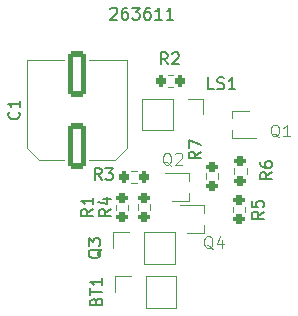
<source format=gto>
%TF.GenerationSoftware,KiCad,Pcbnew,(7.0.0-0)*%
%TF.CreationDate,2023-06-04T20:58:43+02:00*%
%TF.ProjectId,projekt_kue,70726f6a-656b-4745-9f6b-75652e6b6963,rev?*%
%TF.SameCoordinates,Original*%
%TF.FileFunction,Legend,Top*%
%TF.FilePolarity,Positive*%
%FSLAX46Y46*%
G04 Gerber Fmt 4.6, Leading zero omitted, Abs format (unit mm)*
G04 Created by KiCad (PCBNEW (7.0.0-0)) date 2023-06-04 20:58:43*
%MOMM*%
%LPD*%
G01*
G04 APERTURE LIST*
G04 Aperture macros list*
%AMRoundRect*
0 Rectangle with rounded corners*
0 $1 Rounding radius*
0 $2 $3 $4 $5 $6 $7 $8 $9 X,Y pos of 4 corners*
0 Add a 4 corners polygon primitive as box body*
4,1,4,$2,$3,$4,$5,$6,$7,$8,$9,$2,$3,0*
0 Add four circle primitives for the rounded corners*
1,1,$1+$1,$2,$3*
1,1,$1+$1,$4,$5*
1,1,$1+$1,$6,$7*
1,1,$1+$1,$8,$9*
0 Add four rect primitives between the rounded corners*
20,1,$1+$1,$2,$3,$4,$5,0*
20,1,$1+$1,$4,$5,$6,$7,0*
20,1,$1+$1,$6,$7,$8,$9,0*
20,1,$1+$1,$8,$9,$2,$3,0*%
G04 Aperture macros list end*
%ADD10C,0.150000*%
%ADD11C,0.100000*%
%ADD12C,0.120000*%
%ADD13RoundRect,0.200000X-0.200000X-0.275000X0.200000X-0.275000X0.200000X0.275000X-0.200000X0.275000X0*%
%ADD14R,0.700000X0.450000*%
%ADD15R,1.700000X1.700000*%
%ADD16O,1.700000X1.700000*%
%ADD17RoundRect,0.200000X0.275000X-0.200000X0.275000X0.200000X-0.275000X0.200000X-0.275000X-0.200000X0*%
%ADD18RoundRect,0.250000X0.550000X-1.712500X0.550000X1.712500X-0.550000X1.712500X-0.550000X-1.712500X0*%
G04 APERTURE END LIST*
D10*
X127690476Y-89427619D02*
X127738095Y-89380000D01*
X127738095Y-89380000D02*
X127833333Y-89332380D01*
X127833333Y-89332380D02*
X128071428Y-89332380D01*
X128071428Y-89332380D02*
X128166666Y-89380000D01*
X128166666Y-89380000D02*
X128214285Y-89427619D01*
X128214285Y-89427619D02*
X128261904Y-89522857D01*
X128261904Y-89522857D02*
X128261904Y-89618095D01*
X128261904Y-89618095D02*
X128214285Y-89760952D01*
X128214285Y-89760952D02*
X127642857Y-90332380D01*
X127642857Y-90332380D02*
X128261904Y-90332380D01*
X129119047Y-89332380D02*
X128928571Y-89332380D01*
X128928571Y-89332380D02*
X128833333Y-89380000D01*
X128833333Y-89380000D02*
X128785714Y-89427619D01*
X128785714Y-89427619D02*
X128690476Y-89570476D01*
X128690476Y-89570476D02*
X128642857Y-89760952D01*
X128642857Y-89760952D02*
X128642857Y-90141904D01*
X128642857Y-90141904D02*
X128690476Y-90237142D01*
X128690476Y-90237142D02*
X128738095Y-90284761D01*
X128738095Y-90284761D02*
X128833333Y-90332380D01*
X128833333Y-90332380D02*
X129023809Y-90332380D01*
X129023809Y-90332380D02*
X129119047Y-90284761D01*
X129119047Y-90284761D02*
X129166666Y-90237142D01*
X129166666Y-90237142D02*
X129214285Y-90141904D01*
X129214285Y-90141904D02*
X129214285Y-89903809D01*
X129214285Y-89903809D02*
X129166666Y-89808571D01*
X129166666Y-89808571D02*
X129119047Y-89760952D01*
X129119047Y-89760952D02*
X129023809Y-89713333D01*
X129023809Y-89713333D02*
X128833333Y-89713333D01*
X128833333Y-89713333D02*
X128738095Y-89760952D01*
X128738095Y-89760952D02*
X128690476Y-89808571D01*
X128690476Y-89808571D02*
X128642857Y-89903809D01*
X129547619Y-89332380D02*
X130166666Y-89332380D01*
X130166666Y-89332380D02*
X129833333Y-89713333D01*
X129833333Y-89713333D02*
X129976190Y-89713333D01*
X129976190Y-89713333D02*
X130071428Y-89760952D01*
X130071428Y-89760952D02*
X130119047Y-89808571D01*
X130119047Y-89808571D02*
X130166666Y-89903809D01*
X130166666Y-89903809D02*
X130166666Y-90141904D01*
X130166666Y-90141904D02*
X130119047Y-90237142D01*
X130119047Y-90237142D02*
X130071428Y-90284761D01*
X130071428Y-90284761D02*
X129976190Y-90332380D01*
X129976190Y-90332380D02*
X129690476Y-90332380D01*
X129690476Y-90332380D02*
X129595238Y-90284761D01*
X129595238Y-90284761D02*
X129547619Y-90237142D01*
X131023809Y-89332380D02*
X130833333Y-89332380D01*
X130833333Y-89332380D02*
X130738095Y-89380000D01*
X130738095Y-89380000D02*
X130690476Y-89427619D01*
X130690476Y-89427619D02*
X130595238Y-89570476D01*
X130595238Y-89570476D02*
X130547619Y-89760952D01*
X130547619Y-89760952D02*
X130547619Y-90141904D01*
X130547619Y-90141904D02*
X130595238Y-90237142D01*
X130595238Y-90237142D02*
X130642857Y-90284761D01*
X130642857Y-90284761D02*
X130738095Y-90332380D01*
X130738095Y-90332380D02*
X130928571Y-90332380D01*
X130928571Y-90332380D02*
X131023809Y-90284761D01*
X131023809Y-90284761D02*
X131071428Y-90237142D01*
X131071428Y-90237142D02*
X131119047Y-90141904D01*
X131119047Y-90141904D02*
X131119047Y-89903809D01*
X131119047Y-89903809D02*
X131071428Y-89808571D01*
X131071428Y-89808571D02*
X131023809Y-89760952D01*
X131023809Y-89760952D02*
X130928571Y-89713333D01*
X130928571Y-89713333D02*
X130738095Y-89713333D01*
X130738095Y-89713333D02*
X130642857Y-89760952D01*
X130642857Y-89760952D02*
X130595238Y-89808571D01*
X130595238Y-89808571D02*
X130547619Y-89903809D01*
X132071428Y-90332380D02*
X131500000Y-90332380D01*
X131785714Y-90332380D02*
X131785714Y-89332380D01*
X131785714Y-89332380D02*
X131690476Y-89475238D01*
X131690476Y-89475238D02*
X131595238Y-89570476D01*
X131595238Y-89570476D02*
X131500000Y-89618095D01*
X133023809Y-90332380D02*
X132452381Y-90332380D01*
X132738095Y-90332380D02*
X132738095Y-89332380D01*
X132738095Y-89332380D02*
X132642857Y-89475238D01*
X132642857Y-89475238D02*
X132547619Y-89570476D01*
X132547619Y-89570476D02*
X132452381Y-89618095D01*
%TO.C,R2*%
X132533333Y-94117380D02*
X132200000Y-93641190D01*
X131961905Y-94117380D02*
X131961905Y-93117380D01*
X131961905Y-93117380D02*
X132342857Y-93117380D01*
X132342857Y-93117380D02*
X132438095Y-93165000D01*
X132438095Y-93165000D02*
X132485714Y-93212619D01*
X132485714Y-93212619D02*
X132533333Y-93307857D01*
X132533333Y-93307857D02*
X132533333Y-93450714D01*
X132533333Y-93450714D02*
X132485714Y-93545952D01*
X132485714Y-93545952D02*
X132438095Y-93593571D01*
X132438095Y-93593571D02*
X132342857Y-93641190D01*
X132342857Y-93641190D02*
X131961905Y-93641190D01*
X132914286Y-93212619D02*
X132961905Y-93165000D01*
X132961905Y-93165000D02*
X133057143Y-93117380D01*
X133057143Y-93117380D02*
X133295238Y-93117380D01*
X133295238Y-93117380D02*
X133390476Y-93165000D01*
X133390476Y-93165000D02*
X133438095Y-93212619D01*
X133438095Y-93212619D02*
X133485714Y-93307857D01*
X133485714Y-93307857D02*
X133485714Y-93403095D01*
X133485714Y-93403095D02*
X133438095Y-93545952D01*
X133438095Y-93545952D02*
X132866667Y-94117380D01*
X132866667Y-94117380D02*
X133485714Y-94117380D01*
D11*
%TO.C,Q4*%
X136354761Y-109762619D02*
X136259523Y-109715000D01*
X136259523Y-109715000D02*
X136164285Y-109619761D01*
X136164285Y-109619761D02*
X136021428Y-109476904D01*
X136021428Y-109476904D02*
X135926190Y-109429285D01*
X135926190Y-109429285D02*
X135830952Y-109429285D01*
X135878571Y-109667380D02*
X135783333Y-109619761D01*
X135783333Y-109619761D02*
X135688095Y-109524523D01*
X135688095Y-109524523D02*
X135640476Y-109334047D01*
X135640476Y-109334047D02*
X135640476Y-109000714D01*
X135640476Y-109000714D02*
X135688095Y-108810238D01*
X135688095Y-108810238D02*
X135783333Y-108715000D01*
X135783333Y-108715000D02*
X135878571Y-108667380D01*
X135878571Y-108667380D02*
X136069047Y-108667380D01*
X136069047Y-108667380D02*
X136164285Y-108715000D01*
X136164285Y-108715000D02*
X136259523Y-108810238D01*
X136259523Y-108810238D02*
X136307142Y-109000714D01*
X136307142Y-109000714D02*
X136307142Y-109334047D01*
X136307142Y-109334047D02*
X136259523Y-109524523D01*
X136259523Y-109524523D02*
X136164285Y-109619761D01*
X136164285Y-109619761D02*
X136069047Y-109667380D01*
X136069047Y-109667380D02*
X135878571Y-109667380D01*
X137164285Y-109000714D02*
X137164285Y-109667380D01*
X136926190Y-108619761D02*
X136688095Y-109334047D01*
X136688095Y-109334047D02*
X137307142Y-109334047D01*
D10*
%TO.C,LS1*%
X136457142Y-96217380D02*
X135980952Y-96217380D01*
X135980952Y-96217380D02*
X135980952Y-95217380D01*
X136742857Y-96169761D02*
X136885714Y-96217380D01*
X136885714Y-96217380D02*
X137123809Y-96217380D01*
X137123809Y-96217380D02*
X137219047Y-96169761D01*
X137219047Y-96169761D02*
X137266666Y-96122142D01*
X137266666Y-96122142D02*
X137314285Y-96026904D01*
X137314285Y-96026904D02*
X137314285Y-95931666D01*
X137314285Y-95931666D02*
X137266666Y-95836428D01*
X137266666Y-95836428D02*
X137219047Y-95788809D01*
X137219047Y-95788809D02*
X137123809Y-95741190D01*
X137123809Y-95741190D02*
X136933333Y-95693571D01*
X136933333Y-95693571D02*
X136838095Y-95645952D01*
X136838095Y-95645952D02*
X136790476Y-95598333D01*
X136790476Y-95598333D02*
X136742857Y-95503095D01*
X136742857Y-95503095D02*
X136742857Y-95407857D01*
X136742857Y-95407857D02*
X136790476Y-95312619D01*
X136790476Y-95312619D02*
X136838095Y-95265000D01*
X136838095Y-95265000D02*
X136933333Y-95217380D01*
X136933333Y-95217380D02*
X137171428Y-95217380D01*
X137171428Y-95217380D02*
X137314285Y-95265000D01*
X138266666Y-96217380D02*
X137695238Y-96217380D01*
X137980952Y-96217380D02*
X137980952Y-95217380D01*
X137980952Y-95217380D02*
X137885714Y-95360238D01*
X137885714Y-95360238D02*
X137790476Y-95455476D01*
X137790476Y-95455476D02*
X137695238Y-95503095D01*
%TO.C,Q3*%
X126942619Y-109770238D02*
X126895000Y-109865476D01*
X126895000Y-109865476D02*
X126799761Y-109960714D01*
X126799761Y-109960714D02*
X126656904Y-110103571D01*
X126656904Y-110103571D02*
X126609285Y-110198809D01*
X126609285Y-110198809D02*
X126609285Y-110294047D01*
X126847380Y-110246428D02*
X126799761Y-110341666D01*
X126799761Y-110341666D02*
X126704523Y-110436904D01*
X126704523Y-110436904D02*
X126514047Y-110484523D01*
X126514047Y-110484523D02*
X126180714Y-110484523D01*
X126180714Y-110484523D02*
X125990238Y-110436904D01*
X125990238Y-110436904D02*
X125895000Y-110341666D01*
X125895000Y-110341666D02*
X125847380Y-110246428D01*
X125847380Y-110246428D02*
X125847380Y-110055952D01*
X125847380Y-110055952D02*
X125895000Y-109960714D01*
X125895000Y-109960714D02*
X125990238Y-109865476D01*
X125990238Y-109865476D02*
X126180714Y-109817857D01*
X126180714Y-109817857D02*
X126514047Y-109817857D01*
X126514047Y-109817857D02*
X126704523Y-109865476D01*
X126704523Y-109865476D02*
X126799761Y-109960714D01*
X126799761Y-109960714D02*
X126847380Y-110055952D01*
X126847380Y-110055952D02*
X126847380Y-110246428D01*
X125847380Y-109484523D02*
X125847380Y-108865476D01*
X125847380Y-108865476D02*
X126228333Y-109198809D01*
X126228333Y-109198809D02*
X126228333Y-109055952D01*
X126228333Y-109055952D02*
X126275952Y-108960714D01*
X126275952Y-108960714D02*
X126323571Y-108913095D01*
X126323571Y-108913095D02*
X126418809Y-108865476D01*
X126418809Y-108865476D02*
X126656904Y-108865476D01*
X126656904Y-108865476D02*
X126752142Y-108913095D01*
X126752142Y-108913095D02*
X126799761Y-108960714D01*
X126799761Y-108960714D02*
X126847380Y-109055952D01*
X126847380Y-109055952D02*
X126847380Y-109341666D01*
X126847380Y-109341666D02*
X126799761Y-109436904D01*
X126799761Y-109436904D02*
X126752142Y-109484523D01*
D11*
%TO.C,Q1*%
X142004761Y-100312619D02*
X141909523Y-100265000D01*
X141909523Y-100265000D02*
X141814285Y-100169761D01*
X141814285Y-100169761D02*
X141671428Y-100026904D01*
X141671428Y-100026904D02*
X141576190Y-99979285D01*
X141576190Y-99979285D02*
X141480952Y-99979285D01*
X141528571Y-100217380D02*
X141433333Y-100169761D01*
X141433333Y-100169761D02*
X141338095Y-100074523D01*
X141338095Y-100074523D02*
X141290476Y-99884047D01*
X141290476Y-99884047D02*
X141290476Y-99550714D01*
X141290476Y-99550714D02*
X141338095Y-99360238D01*
X141338095Y-99360238D02*
X141433333Y-99265000D01*
X141433333Y-99265000D02*
X141528571Y-99217380D01*
X141528571Y-99217380D02*
X141719047Y-99217380D01*
X141719047Y-99217380D02*
X141814285Y-99265000D01*
X141814285Y-99265000D02*
X141909523Y-99360238D01*
X141909523Y-99360238D02*
X141957142Y-99550714D01*
X141957142Y-99550714D02*
X141957142Y-99884047D01*
X141957142Y-99884047D02*
X141909523Y-100074523D01*
X141909523Y-100074523D02*
X141814285Y-100169761D01*
X141814285Y-100169761D02*
X141719047Y-100217380D01*
X141719047Y-100217380D02*
X141528571Y-100217380D01*
X142909523Y-100217380D02*
X142338095Y-100217380D01*
X142623809Y-100217380D02*
X142623809Y-99217380D01*
X142623809Y-99217380D02*
X142528571Y-99360238D01*
X142528571Y-99360238D02*
X142433333Y-99455476D01*
X142433333Y-99455476D02*
X142338095Y-99503095D01*
D10*
%TO.C,R7*%
X135317380Y-101516666D02*
X134841190Y-101849999D01*
X135317380Y-102088094D02*
X134317380Y-102088094D01*
X134317380Y-102088094D02*
X134317380Y-101707142D01*
X134317380Y-101707142D02*
X134365000Y-101611904D01*
X134365000Y-101611904D02*
X134412619Y-101564285D01*
X134412619Y-101564285D02*
X134507857Y-101516666D01*
X134507857Y-101516666D02*
X134650714Y-101516666D01*
X134650714Y-101516666D02*
X134745952Y-101564285D01*
X134745952Y-101564285D02*
X134793571Y-101611904D01*
X134793571Y-101611904D02*
X134841190Y-101707142D01*
X134841190Y-101707142D02*
X134841190Y-102088094D01*
X134317380Y-101183332D02*
X134317380Y-100516666D01*
X134317380Y-100516666D02*
X135317380Y-100945237D01*
%TO.C,R1*%
X126217380Y-106366666D02*
X125741190Y-106699999D01*
X126217380Y-106938094D02*
X125217380Y-106938094D01*
X125217380Y-106938094D02*
X125217380Y-106557142D01*
X125217380Y-106557142D02*
X125265000Y-106461904D01*
X125265000Y-106461904D02*
X125312619Y-106414285D01*
X125312619Y-106414285D02*
X125407857Y-106366666D01*
X125407857Y-106366666D02*
X125550714Y-106366666D01*
X125550714Y-106366666D02*
X125645952Y-106414285D01*
X125645952Y-106414285D02*
X125693571Y-106461904D01*
X125693571Y-106461904D02*
X125741190Y-106557142D01*
X125741190Y-106557142D02*
X125741190Y-106938094D01*
X126217380Y-105414285D02*
X126217380Y-105985713D01*
X126217380Y-105699999D02*
X125217380Y-105699999D01*
X125217380Y-105699999D02*
X125360238Y-105795237D01*
X125360238Y-105795237D02*
X125455476Y-105890475D01*
X125455476Y-105890475D02*
X125503095Y-105985713D01*
D11*
%TO.C,Q2*%
X132854761Y-102712619D02*
X132759523Y-102665000D01*
X132759523Y-102665000D02*
X132664285Y-102569761D01*
X132664285Y-102569761D02*
X132521428Y-102426904D01*
X132521428Y-102426904D02*
X132426190Y-102379285D01*
X132426190Y-102379285D02*
X132330952Y-102379285D01*
X132378571Y-102617380D02*
X132283333Y-102569761D01*
X132283333Y-102569761D02*
X132188095Y-102474523D01*
X132188095Y-102474523D02*
X132140476Y-102284047D01*
X132140476Y-102284047D02*
X132140476Y-101950714D01*
X132140476Y-101950714D02*
X132188095Y-101760238D01*
X132188095Y-101760238D02*
X132283333Y-101665000D01*
X132283333Y-101665000D02*
X132378571Y-101617380D01*
X132378571Y-101617380D02*
X132569047Y-101617380D01*
X132569047Y-101617380D02*
X132664285Y-101665000D01*
X132664285Y-101665000D02*
X132759523Y-101760238D01*
X132759523Y-101760238D02*
X132807142Y-101950714D01*
X132807142Y-101950714D02*
X132807142Y-102284047D01*
X132807142Y-102284047D02*
X132759523Y-102474523D01*
X132759523Y-102474523D02*
X132664285Y-102569761D01*
X132664285Y-102569761D02*
X132569047Y-102617380D01*
X132569047Y-102617380D02*
X132378571Y-102617380D01*
X133188095Y-101712619D02*
X133235714Y-101665000D01*
X133235714Y-101665000D02*
X133330952Y-101617380D01*
X133330952Y-101617380D02*
X133569047Y-101617380D01*
X133569047Y-101617380D02*
X133664285Y-101665000D01*
X133664285Y-101665000D02*
X133711904Y-101712619D01*
X133711904Y-101712619D02*
X133759523Y-101807857D01*
X133759523Y-101807857D02*
X133759523Y-101903095D01*
X133759523Y-101903095D02*
X133711904Y-102045952D01*
X133711904Y-102045952D02*
X133140476Y-102617380D01*
X133140476Y-102617380D02*
X133759523Y-102617380D01*
D10*
%TO.C,R3*%
X126935333Y-103914880D02*
X126602000Y-103438690D01*
X126363905Y-103914880D02*
X126363905Y-102914880D01*
X126363905Y-102914880D02*
X126744857Y-102914880D01*
X126744857Y-102914880D02*
X126840095Y-102962500D01*
X126840095Y-102962500D02*
X126887714Y-103010119D01*
X126887714Y-103010119D02*
X126935333Y-103105357D01*
X126935333Y-103105357D02*
X126935333Y-103248214D01*
X126935333Y-103248214D02*
X126887714Y-103343452D01*
X126887714Y-103343452D02*
X126840095Y-103391071D01*
X126840095Y-103391071D02*
X126744857Y-103438690D01*
X126744857Y-103438690D02*
X126363905Y-103438690D01*
X127268667Y-102914880D02*
X127887714Y-102914880D01*
X127887714Y-102914880D02*
X127554381Y-103295833D01*
X127554381Y-103295833D02*
X127697238Y-103295833D01*
X127697238Y-103295833D02*
X127792476Y-103343452D01*
X127792476Y-103343452D02*
X127840095Y-103391071D01*
X127840095Y-103391071D02*
X127887714Y-103486309D01*
X127887714Y-103486309D02*
X127887714Y-103724404D01*
X127887714Y-103724404D02*
X127840095Y-103819642D01*
X127840095Y-103819642D02*
X127792476Y-103867261D01*
X127792476Y-103867261D02*
X127697238Y-103914880D01*
X127697238Y-103914880D02*
X127411524Y-103914880D01*
X127411524Y-103914880D02*
X127316286Y-103867261D01*
X127316286Y-103867261D02*
X127268667Y-103819642D01*
%TO.C,R5*%
X140667380Y-106616666D02*
X140191190Y-106949999D01*
X140667380Y-107188094D02*
X139667380Y-107188094D01*
X139667380Y-107188094D02*
X139667380Y-106807142D01*
X139667380Y-106807142D02*
X139715000Y-106711904D01*
X139715000Y-106711904D02*
X139762619Y-106664285D01*
X139762619Y-106664285D02*
X139857857Y-106616666D01*
X139857857Y-106616666D02*
X140000714Y-106616666D01*
X140000714Y-106616666D02*
X140095952Y-106664285D01*
X140095952Y-106664285D02*
X140143571Y-106711904D01*
X140143571Y-106711904D02*
X140191190Y-106807142D01*
X140191190Y-106807142D02*
X140191190Y-107188094D01*
X139667380Y-105711904D02*
X139667380Y-106188094D01*
X139667380Y-106188094D02*
X140143571Y-106235713D01*
X140143571Y-106235713D02*
X140095952Y-106188094D01*
X140095952Y-106188094D02*
X140048333Y-106092856D01*
X140048333Y-106092856D02*
X140048333Y-105854761D01*
X140048333Y-105854761D02*
X140095952Y-105759523D01*
X140095952Y-105759523D02*
X140143571Y-105711904D01*
X140143571Y-105711904D02*
X140238809Y-105664285D01*
X140238809Y-105664285D02*
X140476904Y-105664285D01*
X140476904Y-105664285D02*
X140572142Y-105711904D01*
X140572142Y-105711904D02*
X140619761Y-105759523D01*
X140619761Y-105759523D02*
X140667380Y-105854761D01*
X140667380Y-105854761D02*
X140667380Y-106092856D01*
X140667380Y-106092856D02*
X140619761Y-106188094D01*
X140619761Y-106188094D02*
X140572142Y-106235713D01*
%TO.C,R6*%
X141367380Y-103266666D02*
X140891190Y-103599999D01*
X141367380Y-103838094D02*
X140367380Y-103838094D01*
X140367380Y-103838094D02*
X140367380Y-103457142D01*
X140367380Y-103457142D02*
X140415000Y-103361904D01*
X140415000Y-103361904D02*
X140462619Y-103314285D01*
X140462619Y-103314285D02*
X140557857Y-103266666D01*
X140557857Y-103266666D02*
X140700714Y-103266666D01*
X140700714Y-103266666D02*
X140795952Y-103314285D01*
X140795952Y-103314285D02*
X140843571Y-103361904D01*
X140843571Y-103361904D02*
X140891190Y-103457142D01*
X140891190Y-103457142D02*
X140891190Y-103838094D01*
X140367380Y-102409523D02*
X140367380Y-102599999D01*
X140367380Y-102599999D02*
X140415000Y-102695237D01*
X140415000Y-102695237D02*
X140462619Y-102742856D01*
X140462619Y-102742856D02*
X140605476Y-102838094D01*
X140605476Y-102838094D02*
X140795952Y-102885713D01*
X140795952Y-102885713D02*
X141176904Y-102885713D01*
X141176904Y-102885713D02*
X141272142Y-102838094D01*
X141272142Y-102838094D02*
X141319761Y-102790475D01*
X141319761Y-102790475D02*
X141367380Y-102695237D01*
X141367380Y-102695237D02*
X141367380Y-102504761D01*
X141367380Y-102504761D02*
X141319761Y-102409523D01*
X141319761Y-102409523D02*
X141272142Y-102361904D01*
X141272142Y-102361904D02*
X141176904Y-102314285D01*
X141176904Y-102314285D02*
X140938809Y-102314285D01*
X140938809Y-102314285D02*
X140843571Y-102361904D01*
X140843571Y-102361904D02*
X140795952Y-102409523D01*
X140795952Y-102409523D02*
X140748333Y-102504761D01*
X140748333Y-102504761D02*
X140748333Y-102695237D01*
X140748333Y-102695237D02*
X140795952Y-102790475D01*
X140795952Y-102790475D02*
X140843571Y-102838094D01*
X140843571Y-102838094D02*
X140938809Y-102885713D01*
%TO.C,BT1*%
X126473571Y-114185714D02*
X126521190Y-114042857D01*
X126521190Y-114042857D02*
X126568809Y-113995238D01*
X126568809Y-113995238D02*
X126664047Y-113947619D01*
X126664047Y-113947619D02*
X126806904Y-113947619D01*
X126806904Y-113947619D02*
X126902142Y-113995238D01*
X126902142Y-113995238D02*
X126949761Y-114042857D01*
X126949761Y-114042857D02*
X126997380Y-114138095D01*
X126997380Y-114138095D02*
X126997380Y-114519047D01*
X126997380Y-114519047D02*
X125997380Y-114519047D01*
X125997380Y-114519047D02*
X125997380Y-114185714D01*
X125997380Y-114185714D02*
X126045000Y-114090476D01*
X126045000Y-114090476D02*
X126092619Y-114042857D01*
X126092619Y-114042857D02*
X126187857Y-113995238D01*
X126187857Y-113995238D02*
X126283095Y-113995238D01*
X126283095Y-113995238D02*
X126378333Y-114042857D01*
X126378333Y-114042857D02*
X126425952Y-114090476D01*
X126425952Y-114090476D02*
X126473571Y-114185714D01*
X126473571Y-114185714D02*
X126473571Y-114519047D01*
X125997380Y-113661904D02*
X125997380Y-113090476D01*
X126997380Y-113376190D02*
X125997380Y-113376190D01*
X126997380Y-112233333D02*
X126997380Y-112804761D01*
X126997380Y-112519047D02*
X125997380Y-112519047D01*
X125997380Y-112519047D02*
X126140238Y-112614285D01*
X126140238Y-112614285D02*
X126235476Y-112709523D01*
X126235476Y-112709523D02*
X126283095Y-112804761D01*
%TO.C,R4*%
X127717380Y-106366666D02*
X127241190Y-106699999D01*
X127717380Y-106938094D02*
X126717380Y-106938094D01*
X126717380Y-106938094D02*
X126717380Y-106557142D01*
X126717380Y-106557142D02*
X126765000Y-106461904D01*
X126765000Y-106461904D02*
X126812619Y-106414285D01*
X126812619Y-106414285D02*
X126907857Y-106366666D01*
X126907857Y-106366666D02*
X127050714Y-106366666D01*
X127050714Y-106366666D02*
X127145952Y-106414285D01*
X127145952Y-106414285D02*
X127193571Y-106461904D01*
X127193571Y-106461904D02*
X127241190Y-106557142D01*
X127241190Y-106557142D02*
X127241190Y-106938094D01*
X127050714Y-105509523D02*
X127717380Y-105509523D01*
X126669761Y-105747618D02*
X127384047Y-105985713D01*
X127384047Y-105985713D02*
X127384047Y-105366666D01*
%TO.C,C1*%
X119922142Y-98154166D02*
X119969761Y-98201785D01*
X119969761Y-98201785D02*
X120017380Y-98344642D01*
X120017380Y-98344642D02*
X120017380Y-98439880D01*
X120017380Y-98439880D02*
X119969761Y-98582737D01*
X119969761Y-98582737D02*
X119874523Y-98677975D01*
X119874523Y-98677975D02*
X119779285Y-98725594D01*
X119779285Y-98725594D02*
X119588809Y-98773213D01*
X119588809Y-98773213D02*
X119445952Y-98773213D01*
X119445952Y-98773213D02*
X119255476Y-98725594D01*
X119255476Y-98725594D02*
X119160238Y-98677975D01*
X119160238Y-98677975D02*
X119065000Y-98582737D01*
X119065000Y-98582737D02*
X119017380Y-98439880D01*
X119017380Y-98439880D02*
X119017380Y-98344642D01*
X119017380Y-98344642D02*
X119065000Y-98201785D01*
X119065000Y-98201785D02*
X119112619Y-98154166D01*
X120017380Y-97201785D02*
X120017380Y-97773213D01*
X120017380Y-97487499D02*
X119017380Y-97487499D01*
X119017380Y-97487499D02*
X119160238Y-97582737D01*
X119160238Y-97582737D02*
X119255476Y-97677975D01*
X119255476Y-97677975D02*
X119303095Y-97773213D01*
D12*
%TO.C,R2*%
X132537742Y-95027500D02*
X133012258Y-95027500D01*
X132537742Y-96072500D02*
X133012258Y-96072500D01*
%TO.C,Q4*%
X134170000Y-108360000D02*
X135580000Y-108360000D01*
X135580000Y-106040000D02*
X133550000Y-106040000D01*
X135580000Y-106040000D02*
X135580000Y-106700000D01*
X135580000Y-107700000D02*
X135580000Y-108360000D01*
%TO.C,LS1*%
X135570000Y-97020000D02*
X135570000Y-98350000D01*
X134240000Y-97020000D02*
X135570000Y-97020000D01*
X132970000Y-97020000D02*
X130370000Y-97020000D01*
X132970000Y-97020000D02*
X132970000Y-99680000D01*
X130370000Y-97020000D02*
X130370000Y-99680000D01*
X132970000Y-99680000D02*
X130370000Y-99680000D01*
%TO.C,Q3*%
X130520000Y-111005000D02*
X133120000Y-111005000D01*
X130520000Y-111005000D02*
X130520000Y-108345000D01*
X133120000Y-111005000D02*
X133120000Y-108345000D01*
X127920000Y-109675000D02*
X127920000Y-108345000D01*
X127920000Y-108345000D02*
X129250000Y-108345000D01*
X130520000Y-108345000D02*
X133120000Y-108345000D01*
%TO.C,Q1*%
X139430000Y-98037500D02*
X138020000Y-98037500D01*
X138020000Y-100357500D02*
X140050000Y-100357500D01*
X138020000Y-100357500D02*
X138020000Y-99697500D01*
X138020000Y-98697500D02*
X138020000Y-98037500D01*
%TO.C,R7*%
X135777500Y-103837258D02*
X135777500Y-103362742D01*
X136822500Y-103837258D02*
X136822500Y-103362742D01*
%TO.C,R1*%
X128127500Y-106484758D02*
X128127500Y-106010242D01*
X129172500Y-106484758D02*
X129172500Y-106010242D01*
%TO.C,Q2*%
X132920000Y-105660000D02*
X134330000Y-105660000D01*
X134330000Y-103340000D02*
X132300000Y-103340000D01*
X134330000Y-103340000D02*
X134330000Y-104000000D01*
X134330000Y-105000000D02*
X134330000Y-105660000D01*
%TO.C,R3*%
X129437742Y-103125000D02*
X129912258Y-103125000D01*
X129437742Y-104170000D02*
X129912258Y-104170000D01*
%TO.C,R5*%
X138027500Y-106662258D02*
X138027500Y-106187742D01*
X139072500Y-106662258D02*
X139072500Y-106187742D01*
%TO.C,R6*%
X138177500Y-103387258D02*
X138177500Y-102912742D01*
X139222500Y-103387258D02*
X139222500Y-102912742D01*
%TO.C,BT1*%
X130670000Y-114730000D02*
X133270000Y-114730000D01*
X130670000Y-114730000D02*
X130670000Y-112070000D01*
X133270000Y-114730000D02*
X133270000Y-112070000D01*
X128070000Y-113400000D02*
X128070000Y-112070000D01*
X128070000Y-112070000D02*
X129400000Y-112070000D01*
X130670000Y-112070000D02*
X133270000Y-112070000D01*
%TO.C,R4*%
X130027500Y-106459758D02*
X130027500Y-105985242D01*
X131072500Y-106459758D02*
X131072500Y-105985242D01*
%TO.C,C1*%
X121654437Y-102247500D02*
X123790000Y-102247500D01*
X121654437Y-102247500D02*
X120590000Y-101183063D01*
X128045563Y-102247500D02*
X125910000Y-102247500D01*
X128045563Y-102247500D02*
X129110000Y-101183063D01*
X120590000Y-101183063D02*
X120590000Y-93727500D01*
X129110000Y-101183063D02*
X129110000Y-93727500D01*
X120590000Y-93727500D02*
X123790000Y-93727500D01*
X129110000Y-93727500D02*
X125910000Y-93727500D01*
%TD*%
%LPC*%
D13*
%TO.C,R2*%
X131950000Y-95550000D03*
X133600000Y-95550000D03*
%TD*%
D14*
%TO.C,Q4*%
X135849999Y-107199999D03*
X133849999Y-106549999D03*
X133849999Y-107849999D03*
%TD*%
D15*
%TO.C,LS1*%
X134239999Y-98349999D03*
D16*
X131699999Y-98349999D03*
%TD*%
D15*
%TO.C,Q3*%
X129249999Y-109674999D03*
D16*
X131789999Y-109674999D03*
%TD*%
D14*
%TO.C,Q1*%
X137749999Y-99197499D03*
X139749999Y-99847499D03*
X139749999Y-98547499D03*
%TD*%
D17*
%TO.C,R7*%
X136300000Y-104425000D03*
X136300000Y-102775000D03*
%TD*%
%TO.C,R1*%
X128650000Y-107072500D03*
X128650000Y-105422500D03*
%TD*%
D14*
%TO.C,Q2*%
X134599999Y-104499999D03*
X132599999Y-103849999D03*
X132599999Y-105149999D03*
%TD*%
D13*
%TO.C,R3*%
X128850000Y-103647500D03*
X130500000Y-103647500D03*
%TD*%
D17*
%TO.C,R5*%
X138550000Y-107250000D03*
X138550000Y-105600000D03*
%TD*%
%TO.C,R6*%
X138700000Y-103975000D03*
X138700000Y-102325000D03*
%TD*%
D15*
%TO.C,BT1*%
X129399999Y-113399999D03*
D16*
X131939999Y-113399999D03*
%TD*%
D17*
%TO.C,R4*%
X130550000Y-107047500D03*
X130550000Y-105397500D03*
%TD*%
D18*
%TO.C,C1*%
X124850000Y-101075000D03*
X124850000Y-94900000D03*
%TD*%
M02*

</source>
